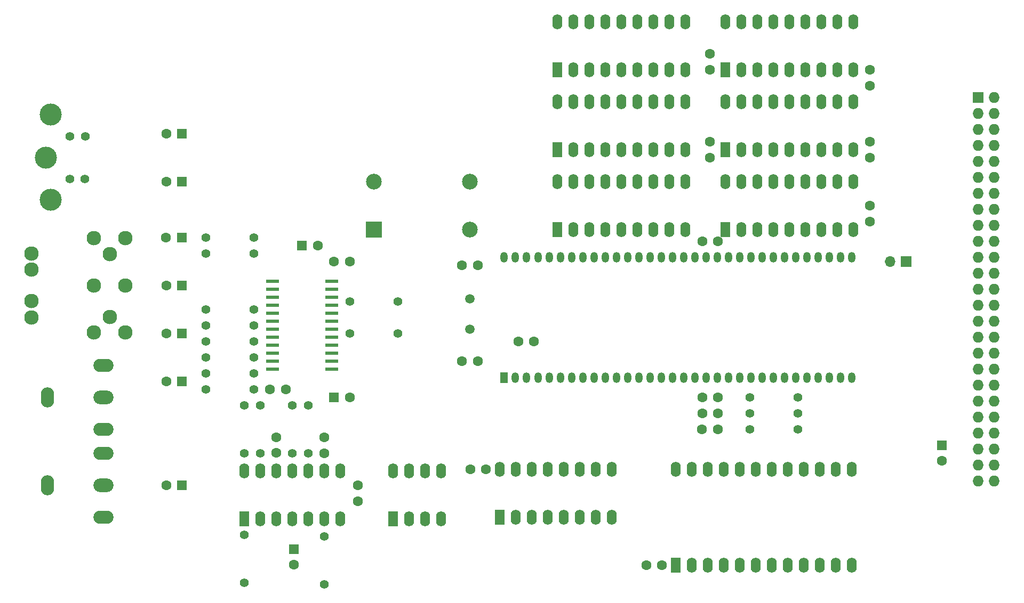
<source format=gbr>
G04 #@! TF.FileFunction,Soldermask,Top*
%FSLAX46Y46*%
G04 Gerber Fmt 4.6, Leading zero omitted, Abs format (unit mm)*
G04 Created by KiCad (PCBNEW 4.0.7-e2-6376~61~ubuntu18.04.1) date Wed Dec  5 23:40:49 2018*
%MOMM*%
%LPD*%
G01*
G04 APERTURE LIST*
%ADD10C,0.100000*%
%ADD11R,1.600000X1.600000*%
%ADD12C,1.600000*%
%ADD13R,1.200000X1.700000*%
%ADD14O,1.200000X1.700000*%
%ADD15R,1.727200X1.727200*%
%ADD16O,1.727200X1.727200*%
%ADD17C,1.397000*%
%ADD18R,1.600000X2.400000*%
%ADD19O,1.600000X2.400000*%
%ADD20R,2.000000X0.600000*%
%ADD21C,1.500000*%
%ADD22C,1.422400*%
%ADD23C,3.497580*%
%ADD24R,2.500000X2.500000*%
%ADD25C,2.500000*%
%ADD26R,1.700000X1.700000*%
%ADD27O,1.700000X1.700000*%
%ADD28C,2.300000*%
%ADD29O,3.197860X2.100000*%
%ADD30O,2.100000X3.197860*%
%ADD31O,3.197860X2.200000*%
G04 APERTURE END LIST*
D10*
D11*
X113030000Y-113030000D03*
D12*
X115530000Y-113030000D03*
D13*
X140050000Y-109880400D03*
D14*
X141830000Y-109880400D03*
X143610000Y-109880400D03*
X145390000Y-109880400D03*
X147170000Y-109880400D03*
X148950000Y-109880400D03*
X150730000Y-109880400D03*
X152510000Y-109880400D03*
X154290000Y-109880400D03*
X156070000Y-109880400D03*
X157850000Y-109880400D03*
X159630000Y-109880400D03*
X161410000Y-109880400D03*
X163190000Y-109880400D03*
X164970000Y-109880400D03*
X166750000Y-109880400D03*
X168530000Y-109880400D03*
X170310000Y-109880400D03*
X172090000Y-109880400D03*
X173870000Y-109880400D03*
X175650000Y-109880400D03*
X177430000Y-109880400D03*
X179210000Y-109880400D03*
X180990000Y-109880400D03*
X182770000Y-109880400D03*
X184550000Y-109880400D03*
X186330000Y-109880400D03*
X188110000Y-109880400D03*
X189890000Y-109880400D03*
X191670000Y-109880400D03*
X193450000Y-109880400D03*
X195230000Y-109880400D03*
X195230000Y-90779600D03*
X193450000Y-90779600D03*
X191670000Y-90779600D03*
X189890000Y-90779600D03*
X188110000Y-90779600D03*
X186330000Y-90779600D03*
X184550000Y-90779600D03*
X182770000Y-90779600D03*
X180990000Y-90779600D03*
X179210000Y-90779600D03*
X177430000Y-90779600D03*
X175650000Y-90779600D03*
X173870000Y-90779600D03*
X172090000Y-90779600D03*
X170310000Y-90779600D03*
X168530000Y-90779600D03*
X166750000Y-90779600D03*
X164970000Y-90779600D03*
X163190000Y-90779600D03*
X161410000Y-90779600D03*
X159630000Y-90779600D03*
X157850000Y-90779600D03*
X156070000Y-90779600D03*
X154290000Y-90779600D03*
X152510000Y-90779600D03*
X150730000Y-90779600D03*
X148950000Y-90779600D03*
X147170000Y-90779600D03*
X145390000Y-90779600D03*
X143610000Y-90779600D03*
X141830000Y-90779600D03*
X140050000Y-90779600D03*
D15*
X215265000Y-65405000D03*
D16*
X217805000Y-65405000D03*
X215265000Y-67945000D03*
X217805000Y-67945000D03*
X215265000Y-70485000D03*
X217805000Y-70485000D03*
X215265000Y-73025000D03*
X217805000Y-73025000D03*
X215265000Y-75565000D03*
X217805000Y-75565000D03*
X215265000Y-78105000D03*
X217805000Y-78105000D03*
X215265000Y-80645000D03*
X217805000Y-80645000D03*
X215265000Y-83185000D03*
X217805000Y-83185000D03*
X215265000Y-85725000D03*
X217805000Y-85725000D03*
X215265000Y-88265000D03*
X217805000Y-88265000D03*
X215265000Y-90805000D03*
X217805000Y-90805000D03*
X215265000Y-93345000D03*
X217805000Y-93345000D03*
X215265000Y-95885000D03*
X217805000Y-95885000D03*
X215265000Y-98425000D03*
X217805000Y-98425000D03*
X215265000Y-100965000D03*
X217805000Y-100965000D03*
X215265000Y-103505000D03*
X217805000Y-103505000D03*
X215265000Y-106045000D03*
X217805000Y-106045000D03*
X215265000Y-108585000D03*
X217805000Y-108585000D03*
X215265000Y-111125000D03*
X217805000Y-111125000D03*
X215265000Y-113665000D03*
X217805000Y-113665000D03*
X215265000Y-116205000D03*
X217805000Y-116205000D03*
X215265000Y-118745000D03*
X217805000Y-118745000D03*
X215265000Y-121285000D03*
X217805000Y-121285000D03*
X215265000Y-123825000D03*
X217805000Y-123825000D03*
X215265000Y-126365000D03*
X217805000Y-126365000D03*
D17*
X98806000Y-134874000D03*
X98806000Y-142494000D03*
X111506000Y-142748000D03*
X111506000Y-135128000D03*
X108966000Y-114300000D03*
X108966000Y-121920000D03*
X101346000Y-114300000D03*
X101346000Y-121920000D03*
X98806000Y-114300000D03*
X98806000Y-121920000D03*
X106426000Y-121920000D03*
X106426000Y-114300000D03*
X186690000Y-115570000D03*
X179070000Y-115570000D03*
X186690000Y-118110000D03*
X179070000Y-118110000D03*
X186690000Y-113030000D03*
X179070000Y-113030000D03*
X123190000Y-102870000D03*
X115570000Y-102870000D03*
X123190000Y-97790000D03*
X115570000Y-97790000D03*
X100330000Y-109220000D03*
X92710000Y-109220000D03*
X100330000Y-106680000D03*
X92710000Y-106680000D03*
X100330000Y-104140000D03*
X92710000Y-104140000D03*
X100330000Y-101600000D03*
X92710000Y-101600000D03*
X100330000Y-99060000D03*
X92710000Y-99060000D03*
X100330000Y-90170000D03*
X92710000Y-90170000D03*
X100330000Y-87630000D03*
X92710000Y-87630000D03*
X92710000Y-111760000D03*
X100330000Y-111760000D03*
D18*
X139319000Y-132080000D03*
D19*
X157099000Y-124460000D03*
X141859000Y-132080000D03*
X154559000Y-124460000D03*
X144399000Y-132080000D03*
X152019000Y-124460000D03*
X146939000Y-132080000D03*
X149479000Y-124460000D03*
X149479000Y-132080000D03*
X146939000Y-124460000D03*
X152019000Y-132080000D03*
X144399000Y-124460000D03*
X154559000Y-132080000D03*
X141859000Y-124460000D03*
X157099000Y-132080000D03*
X139319000Y-124460000D03*
D18*
X148463000Y-86360000D03*
D19*
X168783000Y-78740000D03*
X151003000Y-86360000D03*
X166243000Y-78740000D03*
X153543000Y-86360000D03*
X163703000Y-78740000D03*
X156083000Y-86360000D03*
X161163000Y-78740000D03*
X158623000Y-86360000D03*
X158623000Y-78740000D03*
X161163000Y-86360000D03*
X156083000Y-78740000D03*
X163703000Y-86360000D03*
X153543000Y-78740000D03*
X166243000Y-86360000D03*
X151003000Y-78740000D03*
X168783000Y-86360000D03*
X148463000Y-78740000D03*
D18*
X175133000Y-86360000D03*
D19*
X195453000Y-78740000D03*
X177673000Y-86360000D03*
X192913000Y-78740000D03*
X180213000Y-86360000D03*
X190373000Y-78740000D03*
X182753000Y-86360000D03*
X187833000Y-78740000D03*
X185293000Y-86360000D03*
X185293000Y-78740000D03*
X187833000Y-86360000D03*
X182753000Y-78740000D03*
X190373000Y-86360000D03*
X180213000Y-78740000D03*
X192913000Y-86360000D03*
X177673000Y-78740000D03*
X195453000Y-86360000D03*
X175133000Y-78740000D03*
D18*
X148463000Y-73660000D03*
D19*
X168783000Y-66040000D03*
X151003000Y-73660000D03*
X166243000Y-66040000D03*
X153543000Y-73660000D03*
X163703000Y-66040000D03*
X156083000Y-73660000D03*
X161163000Y-66040000D03*
X158623000Y-73660000D03*
X158623000Y-66040000D03*
X161163000Y-73660000D03*
X156083000Y-66040000D03*
X163703000Y-73660000D03*
X153543000Y-66040000D03*
X166243000Y-73660000D03*
X151003000Y-66040000D03*
X168783000Y-73660000D03*
X148463000Y-66040000D03*
D18*
X175133000Y-73660000D03*
D19*
X195453000Y-66040000D03*
X177673000Y-73660000D03*
X192913000Y-66040000D03*
X180213000Y-73660000D03*
X190373000Y-66040000D03*
X182753000Y-73660000D03*
X187833000Y-66040000D03*
X185293000Y-73660000D03*
X185293000Y-66040000D03*
X187833000Y-73660000D03*
X182753000Y-66040000D03*
X190373000Y-73660000D03*
X180213000Y-66040000D03*
X192913000Y-73660000D03*
X177673000Y-66040000D03*
X195453000Y-73660000D03*
X175133000Y-66040000D03*
D18*
X148463000Y-60960000D03*
D19*
X168783000Y-53340000D03*
X151003000Y-60960000D03*
X166243000Y-53340000D03*
X153543000Y-60960000D03*
X163703000Y-53340000D03*
X156083000Y-60960000D03*
X161163000Y-53340000D03*
X158623000Y-60960000D03*
X158623000Y-53340000D03*
X161163000Y-60960000D03*
X156083000Y-53340000D03*
X163703000Y-60960000D03*
X153543000Y-53340000D03*
X166243000Y-60960000D03*
X151003000Y-53340000D03*
X168783000Y-60960000D03*
X148463000Y-53340000D03*
D18*
X167259000Y-139700000D03*
D19*
X195199000Y-124460000D03*
X169799000Y-139700000D03*
X192659000Y-124460000D03*
X172339000Y-139700000D03*
X190119000Y-124460000D03*
X174879000Y-139700000D03*
X187579000Y-124460000D03*
X177419000Y-139700000D03*
X185039000Y-124460000D03*
X179959000Y-139700000D03*
X182499000Y-124460000D03*
X182499000Y-139700000D03*
X179959000Y-124460000D03*
X185039000Y-139700000D03*
X177419000Y-124460000D03*
X187579000Y-139700000D03*
X174879000Y-124460000D03*
X190119000Y-139700000D03*
X172339000Y-124460000D03*
X192659000Y-139700000D03*
X169799000Y-124460000D03*
X195199000Y-139700000D03*
X167259000Y-124460000D03*
D18*
X175133000Y-60960000D03*
D19*
X195453000Y-53340000D03*
X177673000Y-60960000D03*
X192913000Y-53340000D03*
X180213000Y-60960000D03*
X190373000Y-53340000D03*
X182753000Y-60960000D03*
X187833000Y-53340000D03*
X185293000Y-60960000D03*
X185293000Y-53340000D03*
X187833000Y-60960000D03*
X182753000Y-53340000D03*
X190373000Y-60960000D03*
X180213000Y-53340000D03*
X192913000Y-60960000D03*
X177673000Y-53340000D03*
X195453000Y-60960000D03*
X175133000Y-53340000D03*
D18*
X122428000Y-132334000D03*
D19*
X130048000Y-124714000D03*
X124968000Y-132334000D03*
X127508000Y-124714000D03*
X127508000Y-132334000D03*
X124968000Y-124714000D03*
X130048000Y-132334000D03*
X122428000Y-124714000D03*
D20*
X112650000Y-108585000D03*
X112650000Y-107315000D03*
X112650000Y-106045000D03*
X112650000Y-104775000D03*
X112650000Y-103505000D03*
X112650000Y-102235000D03*
X112650000Y-100965000D03*
X112650000Y-99695000D03*
X112650000Y-98425000D03*
X112650000Y-97155000D03*
X112650000Y-95885000D03*
X112650000Y-94615000D03*
X103250000Y-94615000D03*
X103250000Y-95885000D03*
X103250000Y-97155000D03*
X103250000Y-98425000D03*
X103250000Y-99695000D03*
X103250000Y-100965000D03*
X103250000Y-102235000D03*
X103250000Y-103505000D03*
X103250000Y-104775000D03*
X103250000Y-106045000D03*
X103250000Y-107315000D03*
X103250000Y-108585000D03*
D21*
X134620000Y-102235000D03*
X134620000Y-97355000D03*
D12*
X133350000Y-107315000D03*
X135850000Y-107315000D03*
X133350000Y-92075000D03*
X135850000Y-92075000D03*
X171490000Y-88265000D03*
X173990000Y-88265000D03*
X198120000Y-85090000D03*
X198120000Y-82590000D03*
X172720000Y-72430000D03*
X172720000Y-74930000D03*
X198120000Y-74930000D03*
X198120000Y-72430000D03*
X172720000Y-60960000D03*
X172720000Y-58460000D03*
X165100000Y-139700000D03*
X162600000Y-139700000D03*
X198120000Y-63500000D03*
X198120000Y-61000000D03*
X105370000Y-111760000D03*
X102870000Y-111760000D03*
D11*
X106680000Y-137160000D03*
D12*
X106680000Y-139660000D03*
X111506000Y-119420000D03*
X111506000Y-121920000D03*
X103886000Y-121880000D03*
X103886000Y-119380000D03*
D11*
X88900000Y-127000000D03*
D12*
X86400000Y-127000000D03*
X173990000Y-113030000D03*
X171490000Y-113030000D03*
X173990000Y-115570000D03*
X171490000Y-115570000D03*
X173950000Y-118110000D03*
X171450000Y-118110000D03*
X137160000Y-124460000D03*
X134660000Y-124460000D03*
D11*
X88900000Y-71120000D03*
D12*
X86400000Y-71120000D03*
D11*
X88900000Y-110490000D03*
D12*
X86400000Y-110490000D03*
D11*
X88900000Y-78740000D03*
D12*
X86400000Y-78740000D03*
D11*
X107950000Y-88900000D03*
D12*
X110450000Y-88900000D03*
D11*
X88900000Y-95250000D03*
D12*
X86400000Y-95250000D03*
X113030000Y-91440000D03*
X115530000Y-91440000D03*
D11*
X88900000Y-102870000D03*
D12*
X86400000Y-102870000D03*
D11*
X88860000Y-87630000D03*
D12*
X86360000Y-87630000D03*
D22*
X71059040Y-78328520D03*
X71059040Y-71531480D03*
X73507600Y-78328520D03*
X73558400Y-71531480D03*
D23*
X68059300Y-68130420D03*
X67261740Y-74930000D03*
X68059300Y-81678780D03*
D24*
X119380000Y-86360000D03*
D25*
X119380000Y-78740000D03*
X134620000Y-78740000D03*
X134620000Y-86360000D03*
D12*
X144780000Y-104140000D03*
X142280000Y-104140000D03*
D18*
X98806000Y-132334000D03*
D19*
X114046000Y-124714000D03*
X101346000Y-132334000D03*
X111506000Y-124714000D03*
X103886000Y-132334000D03*
X108966000Y-124714000D03*
X106426000Y-132334000D03*
X106426000Y-124714000D03*
X108966000Y-132334000D03*
X103886000Y-124714000D03*
X111506000Y-132334000D03*
X101346000Y-124714000D03*
X114046000Y-132334000D03*
X98806000Y-124714000D03*
D26*
X203835000Y-91440000D03*
D27*
X201295000Y-91440000D03*
D12*
X116840000Y-129540000D03*
X116840000Y-127040000D03*
D28*
X65030000Y-97750000D03*
X65030000Y-92750000D03*
X77430000Y-90250000D03*
X77430000Y-100250000D03*
X79930000Y-87750000D03*
X79930000Y-102750000D03*
X74930000Y-87750000D03*
X74930000Y-95250000D03*
X74930000Y-102750000D03*
X79930000Y-95250000D03*
X65024000Y-100330000D03*
X65024000Y-90170000D03*
D11*
X209550000Y-120650000D03*
D12*
X209550000Y-123150000D03*
D29*
X76454000Y-132080000D03*
D30*
X67564000Y-127000000D03*
D29*
X76454000Y-121920000D03*
D31*
X76454000Y-127000000D03*
D29*
X76454000Y-118110000D03*
D30*
X67564000Y-113030000D03*
D29*
X76454000Y-107950000D03*
D31*
X76454000Y-113030000D03*
M02*

</source>
